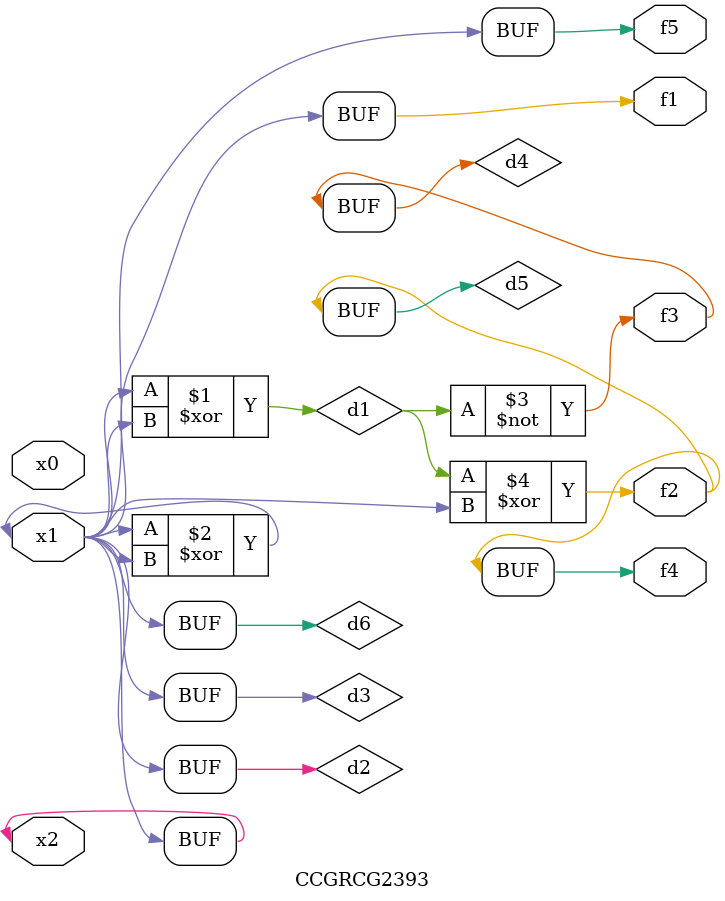
<source format=v>
module CCGRCG2393(
	input x0, x1, x2,
	output f1, f2, f3, f4, f5
);

	wire d1, d2, d3, d4, d5, d6;

	xor (d1, x1, x2);
	buf (d2, x1, x2);
	xor (d3, x1, x2);
	nor (d4, d1);
	xor (d5, d1, d2);
	buf (d6, d2, d3);
	assign f1 = d6;
	assign f2 = d5;
	assign f3 = d4;
	assign f4 = d5;
	assign f5 = d6;
endmodule

</source>
